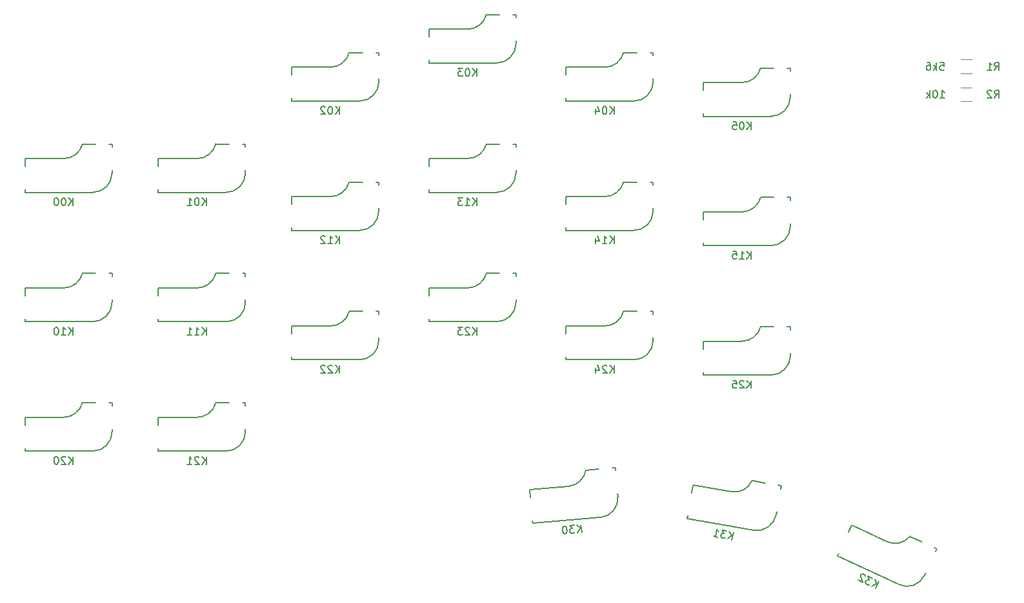
<source format=gbo>
%TF.GenerationSoftware,KiCad,Pcbnew,8.0.3*%
%TF.CreationDate,2024-06-11T01:45:41-03:00*%
%TF.ProjectId,keyboard_pcb,6b657962-6f61-4726-945f-7063622e6b69,rev1.0*%
%TF.SameCoordinates,Original*%
%TF.FileFunction,Legend,Bot*%
%TF.FilePolarity,Positive*%
%FSLAX46Y46*%
G04 Gerber Fmt 4.6, Leading zero omitted, Abs format (unit mm)*
G04 Created by KiCad (PCBNEW 8.0.3) date 2024-06-11 01:45:41*
%MOMM*%
%LPD*%
G01*
G04 APERTURE LIST*
%ADD10C,0.150000*%
%ADD11C,0.120000*%
G04 APERTURE END LIST*
D10*
X164214285Y-102709819D02*
X164214285Y-101709819D01*
X163642857Y-102709819D02*
X164071428Y-102138390D01*
X163642857Y-101709819D02*
X164214285Y-102281247D01*
X163261904Y-101805057D02*
X163214285Y-101757438D01*
X163214285Y-101757438D02*
X163119047Y-101709819D01*
X163119047Y-101709819D02*
X162880952Y-101709819D01*
X162880952Y-101709819D02*
X162785714Y-101757438D01*
X162785714Y-101757438D02*
X162738095Y-101805057D01*
X162738095Y-101805057D02*
X162690476Y-101900295D01*
X162690476Y-101900295D02*
X162690476Y-101995533D01*
X162690476Y-101995533D02*
X162738095Y-102138390D01*
X162738095Y-102138390D02*
X163309523Y-102709819D01*
X163309523Y-102709819D02*
X162690476Y-102709819D01*
X161785714Y-101709819D02*
X162261904Y-101709819D01*
X162261904Y-101709819D02*
X162309523Y-102186009D01*
X162309523Y-102186009D02*
X162261904Y-102138390D01*
X162261904Y-102138390D02*
X162166666Y-102090771D01*
X162166666Y-102090771D02*
X161928571Y-102090771D01*
X161928571Y-102090771D02*
X161833333Y-102138390D01*
X161833333Y-102138390D02*
X161785714Y-102186009D01*
X161785714Y-102186009D02*
X161738095Y-102281247D01*
X161738095Y-102281247D02*
X161738095Y-102519342D01*
X161738095Y-102519342D02*
X161785714Y-102614580D01*
X161785714Y-102614580D02*
X161833333Y-102662200D01*
X161833333Y-102662200D02*
X161928571Y-102709819D01*
X161928571Y-102709819D02*
X162166666Y-102709819D01*
X162166666Y-102709819D02*
X162261904Y-102662200D01*
X162261904Y-102662200D02*
X162309523Y-102614580D01*
X146214285Y-100709819D02*
X146214285Y-99709819D01*
X145642857Y-100709819D02*
X146071428Y-100138390D01*
X145642857Y-99709819D02*
X146214285Y-100281247D01*
X145261904Y-99805057D02*
X145214285Y-99757438D01*
X145214285Y-99757438D02*
X145119047Y-99709819D01*
X145119047Y-99709819D02*
X144880952Y-99709819D01*
X144880952Y-99709819D02*
X144785714Y-99757438D01*
X144785714Y-99757438D02*
X144738095Y-99805057D01*
X144738095Y-99805057D02*
X144690476Y-99900295D01*
X144690476Y-99900295D02*
X144690476Y-99995533D01*
X144690476Y-99995533D02*
X144738095Y-100138390D01*
X144738095Y-100138390D02*
X145309523Y-100709819D01*
X145309523Y-100709819D02*
X144690476Y-100709819D01*
X143833333Y-100043152D02*
X143833333Y-100709819D01*
X144071428Y-99662200D02*
X144309523Y-100376485D01*
X144309523Y-100376485D02*
X143690476Y-100376485D01*
X92714285Y-112709819D02*
X92714285Y-111709819D01*
X92142857Y-112709819D02*
X92571428Y-112138390D01*
X92142857Y-111709819D02*
X92714285Y-112281247D01*
X91761904Y-111805057D02*
X91714285Y-111757438D01*
X91714285Y-111757438D02*
X91619047Y-111709819D01*
X91619047Y-111709819D02*
X91380952Y-111709819D01*
X91380952Y-111709819D02*
X91285714Y-111757438D01*
X91285714Y-111757438D02*
X91238095Y-111805057D01*
X91238095Y-111805057D02*
X91190476Y-111900295D01*
X91190476Y-111900295D02*
X91190476Y-111995533D01*
X91190476Y-111995533D02*
X91238095Y-112138390D01*
X91238095Y-112138390D02*
X91809523Y-112709819D01*
X91809523Y-112709819D02*
X91190476Y-112709819D01*
X90238095Y-112709819D02*
X90809523Y-112709819D01*
X90523809Y-112709819D02*
X90523809Y-111709819D01*
X90523809Y-111709819D02*
X90619047Y-111852676D01*
X90619047Y-111852676D02*
X90714285Y-111947914D01*
X90714285Y-111947914D02*
X90809523Y-111995533D01*
X110214285Y-66709819D02*
X110214285Y-65709819D01*
X109642857Y-66709819D02*
X110071428Y-66138390D01*
X109642857Y-65709819D02*
X110214285Y-66281247D01*
X109023809Y-65709819D02*
X108928571Y-65709819D01*
X108928571Y-65709819D02*
X108833333Y-65757438D01*
X108833333Y-65757438D02*
X108785714Y-65805057D01*
X108785714Y-65805057D02*
X108738095Y-65900295D01*
X108738095Y-65900295D02*
X108690476Y-66090771D01*
X108690476Y-66090771D02*
X108690476Y-66328866D01*
X108690476Y-66328866D02*
X108738095Y-66519342D01*
X108738095Y-66519342D02*
X108785714Y-66614580D01*
X108785714Y-66614580D02*
X108833333Y-66662200D01*
X108833333Y-66662200D02*
X108928571Y-66709819D01*
X108928571Y-66709819D02*
X109023809Y-66709819D01*
X109023809Y-66709819D02*
X109119047Y-66662200D01*
X109119047Y-66662200D02*
X109166666Y-66614580D01*
X109166666Y-66614580D02*
X109214285Y-66519342D01*
X109214285Y-66519342D02*
X109261904Y-66328866D01*
X109261904Y-66328866D02*
X109261904Y-66090771D01*
X109261904Y-66090771D02*
X109214285Y-65900295D01*
X109214285Y-65900295D02*
X109166666Y-65805057D01*
X109166666Y-65805057D02*
X109119047Y-65757438D01*
X109119047Y-65757438D02*
X109023809Y-65709819D01*
X108309523Y-65805057D02*
X108261904Y-65757438D01*
X108261904Y-65757438D02*
X108166666Y-65709819D01*
X108166666Y-65709819D02*
X107928571Y-65709819D01*
X107928571Y-65709819D02*
X107833333Y-65757438D01*
X107833333Y-65757438D02*
X107785714Y-65805057D01*
X107785714Y-65805057D02*
X107738095Y-65900295D01*
X107738095Y-65900295D02*
X107738095Y-65995533D01*
X107738095Y-65995533D02*
X107785714Y-66138390D01*
X107785714Y-66138390D02*
X108357142Y-66709819D01*
X108357142Y-66709819D02*
X107738095Y-66709819D01*
X75214285Y-95709819D02*
X75214285Y-94709819D01*
X74642857Y-95709819D02*
X75071428Y-95138390D01*
X74642857Y-94709819D02*
X75214285Y-95281247D01*
X73690476Y-95709819D02*
X74261904Y-95709819D01*
X73976190Y-95709819D02*
X73976190Y-94709819D01*
X73976190Y-94709819D02*
X74071428Y-94852676D01*
X74071428Y-94852676D02*
X74166666Y-94947914D01*
X74166666Y-94947914D02*
X74261904Y-94995533D01*
X73071428Y-94709819D02*
X72976190Y-94709819D01*
X72976190Y-94709819D02*
X72880952Y-94757438D01*
X72880952Y-94757438D02*
X72833333Y-94805057D01*
X72833333Y-94805057D02*
X72785714Y-94900295D01*
X72785714Y-94900295D02*
X72738095Y-95090771D01*
X72738095Y-95090771D02*
X72738095Y-95328866D01*
X72738095Y-95328866D02*
X72785714Y-95519342D01*
X72785714Y-95519342D02*
X72833333Y-95614580D01*
X72833333Y-95614580D02*
X72880952Y-95662200D01*
X72880952Y-95662200D02*
X72976190Y-95709819D01*
X72976190Y-95709819D02*
X73071428Y-95709819D01*
X73071428Y-95709819D02*
X73166666Y-95662200D01*
X73166666Y-95662200D02*
X73214285Y-95614580D01*
X73214285Y-95614580D02*
X73261904Y-95519342D01*
X73261904Y-95519342D02*
X73309523Y-95328866D01*
X73309523Y-95328866D02*
X73309523Y-95090771D01*
X73309523Y-95090771D02*
X73261904Y-94900295D01*
X73261904Y-94900295D02*
X73214285Y-94805057D01*
X73214285Y-94805057D02*
X73166666Y-94757438D01*
X73166666Y-94757438D02*
X73071428Y-94709819D01*
X146214285Y-66709819D02*
X146214285Y-65709819D01*
X145642857Y-66709819D02*
X146071428Y-66138390D01*
X145642857Y-65709819D02*
X146214285Y-66281247D01*
X145023809Y-65709819D02*
X144928571Y-65709819D01*
X144928571Y-65709819D02*
X144833333Y-65757438D01*
X144833333Y-65757438D02*
X144785714Y-65805057D01*
X144785714Y-65805057D02*
X144738095Y-65900295D01*
X144738095Y-65900295D02*
X144690476Y-66090771D01*
X144690476Y-66090771D02*
X144690476Y-66328866D01*
X144690476Y-66328866D02*
X144738095Y-66519342D01*
X144738095Y-66519342D02*
X144785714Y-66614580D01*
X144785714Y-66614580D02*
X144833333Y-66662200D01*
X144833333Y-66662200D02*
X144928571Y-66709819D01*
X144928571Y-66709819D02*
X145023809Y-66709819D01*
X145023809Y-66709819D02*
X145119047Y-66662200D01*
X145119047Y-66662200D02*
X145166666Y-66614580D01*
X145166666Y-66614580D02*
X145214285Y-66519342D01*
X145214285Y-66519342D02*
X145261904Y-66328866D01*
X145261904Y-66328866D02*
X145261904Y-66090771D01*
X145261904Y-66090771D02*
X145214285Y-65900295D01*
X145214285Y-65900295D02*
X145166666Y-65805057D01*
X145166666Y-65805057D02*
X145119047Y-65757438D01*
X145119047Y-65757438D02*
X145023809Y-65709819D01*
X143833333Y-66043152D02*
X143833333Y-66709819D01*
X144071428Y-65662200D02*
X144309523Y-66376485D01*
X144309523Y-66376485D02*
X143690476Y-66376485D01*
X110214285Y-83709819D02*
X110214285Y-82709819D01*
X109642857Y-83709819D02*
X110071428Y-83138390D01*
X109642857Y-82709819D02*
X110214285Y-83281247D01*
X108690476Y-83709819D02*
X109261904Y-83709819D01*
X108976190Y-83709819D02*
X108976190Y-82709819D01*
X108976190Y-82709819D02*
X109071428Y-82852676D01*
X109071428Y-82852676D02*
X109166666Y-82947914D01*
X109166666Y-82947914D02*
X109261904Y-82995533D01*
X108309523Y-82805057D02*
X108261904Y-82757438D01*
X108261904Y-82757438D02*
X108166666Y-82709819D01*
X108166666Y-82709819D02*
X107928571Y-82709819D01*
X107928571Y-82709819D02*
X107833333Y-82757438D01*
X107833333Y-82757438D02*
X107785714Y-82805057D01*
X107785714Y-82805057D02*
X107738095Y-82900295D01*
X107738095Y-82900295D02*
X107738095Y-82995533D01*
X107738095Y-82995533D02*
X107785714Y-83138390D01*
X107785714Y-83138390D02*
X108357142Y-83709819D01*
X108357142Y-83709819D02*
X107738095Y-83709819D01*
X141972581Y-121657999D02*
X141885425Y-120661804D01*
X141403327Y-121707802D02*
X141780464Y-121101196D01*
X141316171Y-120711607D02*
X141935228Y-121231058D01*
X140984106Y-120740659D02*
X140367414Y-120794613D01*
X140367414Y-120794613D02*
X140732681Y-121145064D01*
X140732681Y-121145064D02*
X140590367Y-121157515D01*
X140590367Y-121157515D02*
X140499642Y-121213253D01*
X140499642Y-121213253D02*
X140456354Y-121264841D01*
X140456354Y-121264841D02*
X140417217Y-121363867D01*
X140417217Y-121363867D02*
X140437969Y-121601056D01*
X140437969Y-121601056D02*
X140493707Y-121691782D01*
X140493707Y-121691782D02*
X140545295Y-121735069D01*
X140545295Y-121735069D02*
X140644321Y-121774207D01*
X140644321Y-121774207D02*
X140928948Y-121749305D01*
X140928948Y-121749305D02*
X141019674Y-121693566D01*
X141019674Y-121693566D02*
X141062961Y-121641978D01*
X139750722Y-120848566D02*
X139655846Y-120856867D01*
X139655846Y-120856867D02*
X139565121Y-120912605D01*
X139565121Y-120912605D02*
X139521833Y-120964194D01*
X139521833Y-120964194D02*
X139482696Y-121063219D01*
X139482696Y-121063219D02*
X139451859Y-121257121D01*
X139451859Y-121257121D02*
X139472611Y-121494310D01*
X139472611Y-121494310D02*
X139536650Y-121679911D01*
X139536650Y-121679911D02*
X139592388Y-121770637D01*
X139592388Y-121770637D02*
X139643976Y-121813924D01*
X139643976Y-121813924D02*
X139743002Y-121853062D01*
X139743002Y-121853062D02*
X139837878Y-121844761D01*
X139837878Y-121844761D02*
X139928603Y-121789023D01*
X139928603Y-121789023D02*
X139971891Y-121737435D01*
X139971891Y-121737435D02*
X140011028Y-121638409D01*
X140011028Y-121638409D02*
X140041865Y-121444507D01*
X140041865Y-121444507D02*
X140021113Y-121207318D01*
X140021113Y-121207318D02*
X139957074Y-121021717D01*
X139957074Y-121021717D02*
X139901336Y-120930991D01*
X139901336Y-120930991D02*
X139849748Y-120887704D01*
X139849748Y-120887704D02*
X139750722Y-120848566D01*
X92714285Y-78709819D02*
X92714285Y-77709819D01*
X92142857Y-78709819D02*
X92571428Y-78138390D01*
X92142857Y-77709819D02*
X92714285Y-78281247D01*
X91523809Y-77709819D02*
X91428571Y-77709819D01*
X91428571Y-77709819D02*
X91333333Y-77757438D01*
X91333333Y-77757438D02*
X91285714Y-77805057D01*
X91285714Y-77805057D02*
X91238095Y-77900295D01*
X91238095Y-77900295D02*
X91190476Y-78090771D01*
X91190476Y-78090771D02*
X91190476Y-78328866D01*
X91190476Y-78328866D02*
X91238095Y-78519342D01*
X91238095Y-78519342D02*
X91285714Y-78614580D01*
X91285714Y-78614580D02*
X91333333Y-78662200D01*
X91333333Y-78662200D02*
X91428571Y-78709819D01*
X91428571Y-78709819D02*
X91523809Y-78709819D01*
X91523809Y-78709819D02*
X91619047Y-78662200D01*
X91619047Y-78662200D02*
X91666666Y-78614580D01*
X91666666Y-78614580D02*
X91714285Y-78519342D01*
X91714285Y-78519342D02*
X91761904Y-78328866D01*
X91761904Y-78328866D02*
X91761904Y-78090771D01*
X91761904Y-78090771D02*
X91714285Y-77900295D01*
X91714285Y-77900295D02*
X91666666Y-77805057D01*
X91666666Y-77805057D02*
X91619047Y-77757438D01*
X91619047Y-77757438D02*
X91523809Y-77709819D01*
X90238095Y-78709819D02*
X90809523Y-78709819D01*
X90523809Y-78709819D02*
X90523809Y-77709819D01*
X90523809Y-77709819D02*
X90619047Y-77852676D01*
X90619047Y-77852676D02*
X90714285Y-77947914D01*
X90714285Y-77947914D02*
X90809523Y-77995533D01*
X146214285Y-83709819D02*
X146214285Y-82709819D01*
X145642857Y-83709819D02*
X146071428Y-83138390D01*
X145642857Y-82709819D02*
X146214285Y-83281247D01*
X144690476Y-83709819D02*
X145261904Y-83709819D01*
X144976190Y-83709819D02*
X144976190Y-82709819D01*
X144976190Y-82709819D02*
X145071428Y-82852676D01*
X145071428Y-82852676D02*
X145166666Y-82947914D01*
X145166666Y-82947914D02*
X145261904Y-82995533D01*
X143833333Y-83043152D02*
X143833333Y-83709819D01*
X144071428Y-82662200D02*
X144309523Y-83376485D01*
X144309523Y-83376485D02*
X143690476Y-83376485D01*
X128214285Y-95709819D02*
X128214285Y-94709819D01*
X127642857Y-95709819D02*
X128071428Y-95138390D01*
X127642857Y-94709819D02*
X128214285Y-95281247D01*
X127261904Y-94805057D02*
X127214285Y-94757438D01*
X127214285Y-94757438D02*
X127119047Y-94709819D01*
X127119047Y-94709819D02*
X126880952Y-94709819D01*
X126880952Y-94709819D02*
X126785714Y-94757438D01*
X126785714Y-94757438D02*
X126738095Y-94805057D01*
X126738095Y-94805057D02*
X126690476Y-94900295D01*
X126690476Y-94900295D02*
X126690476Y-94995533D01*
X126690476Y-94995533D02*
X126738095Y-95138390D01*
X126738095Y-95138390D02*
X127309523Y-95709819D01*
X127309523Y-95709819D02*
X126690476Y-95709819D01*
X126357142Y-94709819D02*
X125738095Y-94709819D01*
X125738095Y-94709819D02*
X126071428Y-95090771D01*
X126071428Y-95090771D02*
X125928571Y-95090771D01*
X125928571Y-95090771D02*
X125833333Y-95138390D01*
X125833333Y-95138390D02*
X125785714Y-95186009D01*
X125785714Y-95186009D02*
X125738095Y-95281247D01*
X125738095Y-95281247D02*
X125738095Y-95519342D01*
X125738095Y-95519342D02*
X125785714Y-95614580D01*
X125785714Y-95614580D02*
X125833333Y-95662200D01*
X125833333Y-95662200D02*
X125928571Y-95709819D01*
X125928571Y-95709819D02*
X126214285Y-95709819D01*
X126214285Y-95709819D02*
X126309523Y-95662200D01*
X126309523Y-95662200D02*
X126357142Y-95614580D01*
X128214285Y-61709819D02*
X128214285Y-60709819D01*
X127642857Y-61709819D02*
X128071428Y-61138390D01*
X127642857Y-60709819D02*
X128214285Y-61281247D01*
X127023809Y-60709819D02*
X126928571Y-60709819D01*
X126928571Y-60709819D02*
X126833333Y-60757438D01*
X126833333Y-60757438D02*
X126785714Y-60805057D01*
X126785714Y-60805057D02*
X126738095Y-60900295D01*
X126738095Y-60900295D02*
X126690476Y-61090771D01*
X126690476Y-61090771D02*
X126690476Y-61328866D01*
X126690476Y-61328866D02*
X126738095Y-61519342D01*
X126738095Y-61519342D02*
X126785714Y-61614580D01*
X126785714Y-61614580D02*
X126833333Y-61662200D01*
X126833333Y-61662200D02*
X126928571Y-61709819D01*
X126928571Y-61709819D02*
X127023809Y-61709819D01*
X127023809Y-61709819D02*
X127119047Y-61662200D01*
X127119047Y-61662200D02*
X127166666Y-61614580D01*
X127166666Y-61614580D02*
X127214285Y-61519342D01*
X127214285Y-61519342D02*
X127261904Y-61328866D01*
X127261904Y-61328866D02*
X127261904Y-61090771D01*
X127261904Y-61090771D02*
X127214285Y-60900295D01*
X127214285Y-60900295D02*
X127166666Y-60805057D01*
X127166666Y-60805057D02*
X127119047Y-60757438D01*
X127119047Y-60757438D02*
X127023809Y-60709819D01*
X126357142Y-60709819D02*
X125738095Y-60709819D01*
X125738095Y-60709819D02*
X126071428Y-61090771D01*
X126071428Y-61090771D02*
X125928571Y-61090771D01*
X125928571Y-61090771D02*
X125833333Y-61138390D01*
X125833333Y-61138390D02*
X125785714Y-61186009D01*
X125785714Y-61186009D02*
X125738095Y-61281247D01*
X125738095Y-61281247D02*
X125738095Y-61519342D01*
X125738095Y-61519342D02*
X125785714Y-61614580D01*
X125785714Y-61614580D02*
X125833333Y-61662200D01*
X125833333Y-61662200D02*
X125928571Y-61709819D01*
X125928571Y-61709819D02*
X126214285Y-61709819D01*
X126214285Y-61709819D02*
X126309523Y-61662200D01*
X126309523Y-61662200D02*
X126357142Y-61614580D01*
X110214285Y-100709819D02*
X110214285Y-99709819D01*
X109642857Y-100709819D02*
X110071428Y-100138390D01*
X109642857Y-99709819D02*
X110214285Y-100281247D01*
X109261904Y-99805057D02*
X109214285Y-99757438D01*
X109214285Y-99757438D02*
X109119047Y-99709819D01*
X109119047Y-99709819D02*
X108880952Y-99709819D01*
X108880952Y-99709819D02*
X108785714Y-99757438D01*
X108785714Y-99757438D02*
X108738095Y-99805057D01*
X108738095Y-99805057D02*
X108690476Y-99900295D01*
X108690476Y-99900295D02*
X108690476Y-99995533D01*
X108690476Y-99995533D02*
X108738095Y-100138390D01*
X108738095Y-100138390D02*
X109309523Y-100709819D01*
X109309523Y-100709819D02*
X108690476Y-100709819D01*
X108309523Y-99805057D02*
X108261904Y-99757438D01*
X108261904Y-99757438D02*
X108166666Y-99709819D01*
X108166666Y-99709819D02*
X107928571Y-99709819D01*
X107928571Y-99709819D02*
X107833333Y-99757438D01*
X107833333Y-99757438D02*
X107785714Y-99805057D01*
X107785714Y-99805057D02*
X107738095Y-99900295D01*
X107738095Y-99900295D02*
X107738095Y-99995533D01*
X107738095Y-99995533D02*
X107785714Y-100138390D01*
X107785714Y-100138390D02*
X108357142Y-100709819D01*
X108357142Y-100709819D02*
X107738095Y-100709819D01*
X164214285Y-85709819D02*
X164214285Y-84709819D01*
X163642857Y-85709819D02*
X164071428Y-85138390D01*
X163642857Y-84709819D02*
X164214285Y-85281247D01*
X162690476Y-85709819D02*
X163261904Y-85709819D01*
X162976190Y-85709819D02*
X162976190Y-84709819D01*
X162976190Y-84709819D02*
X163071428Y-84852676D01*
X163071428Y-84852676D02*
X163166666Y-84947914D01*
X163166666Y-84947914D02*
X163261904Y-84995533D01*
X161785714Y-84709819D02*
X162261904Y-84709819D01*
X162261904Y-84709819D02*
X162309523Y-85186009D01*
X162309523Y-85186009D02*
X162261904Y-85138390D01*
X162261904Y-85138390D02*
X162166666Y-85090771D01*
X162166666Y-85090771D02*
X161928571Y-85090771D01*
X161928571Y-85090771D02*
X161833333Y-85138390D01*
X161833333Y-85138390D02*
X161785714Y-85186009D01*
X161785714Y-85186009D02*
X161738095Y-85281247D01*
X161738095Y-85281247D02*
X161738095Y-85519342D01*
X161738095Y-85519342D02*
X161785714Y-85614580D01*
X161785714Y-85614580D02*
X161833333Y-85662200D01*
X161833333Y-85662200D02*
X161928571Y-85709819D01*
X161928571Y-85709819D02*
X162166666Y-85709819D01*
X162166666Y-85709819D02*
X162261904Y-85662200D01*
X162261904Y-85662200D02*
X162309523Y-85614580D01*
X180513279Y-128984338D02*
X180935898Y-128078030D01*
X179995389Y-128742842D02*
X180625303Y-128406074D01*
X180418007Y-127836534D02*
X180694401Y-128595920D01*
X180115905Y-127695661D02*
X179554857Y-127434040D01*
X179554857Y-127434040D02*
X179695962Y-127920173D01*
X179695962Y-127920173D02*
X179566490Y-127859799D01*
X179566490Y-127859799D02*
X179460050Y-127862707D01*
X179460050Y-127862707D02*
X179396768Y-127885740D01*
X179396768Y-127885740D02*
X179313361Y-127951931D01*
X179313361Y-127951931D02*
X179212738Y-128167718D01*
X179212738Y-128167718D02*
X179215646Y-128274158D01*
X179215646Y-128274158D02*
X179238679Y-128337440D01*
X179238679Y-128337440D02*
X179304869Y-128420847D01*
X179304869Y-128420847D02*
X179563814Y-128541595D01*
X179563814Y-128541595D02*
X179670254Y-128538687D01*
X179670254Y-128538687D02*
X179733536Y-128515654D01*
X179169348Y-127359358D02*
X179146315Y-127296076D01*
X179146315Y-127296076D02*
X179080124Y-127212669D01*
X179080124Y-127212669D02*
X178864337Y-127112045D01*
X178864337Y-127112045D02*
X178757897Y-127114954D01*
X178757897Y-127114954D02*
X178694615Y-127137986D01*
X178694615Y-127137986D02*
X178611208Y-127204177D01*
X178611208Y-127204177D02*
X178570959Y-127290492D01*
X178570959Y-127290492D02*
X178553742Y-127440089D01*
X178553742Y-127440089D02*
X178830136Y-128199475D01*
X178830136Y-128199475D02*
X178269089Y-127937855D01*
X92714285Y-95709819D02*
X92714285Y-94709819D01*
X92142857Y-95709819D02*
X92571428Y-95138390D01*
X92142857Y-94709819D02*
X92714285Y-95281247D01*
X91190476Y-95709819D02*
X91761904Y-95709819D01*
X91476190Y-95709819D02*
X91476190Y-94709819D01*
X91476190Y-94709819D02*
X91571428Y-94852676D01*
X91571428Y-94852676D02*
X91666666Y-94947914D01*
X91666666Y-94947914D02*
X91761904Y-94995533D01*
X90238095Y-95709819D02*
X90809523Y-95709819D01*
X90523809Y-95709819D02*
X90523809Y-94709819D01*
X90523809Y-94709819D02*
X90619047Y-94852676D01*
X90619047Y-94852676D02*
X90714285Y-94947914D01*
X90714285Y-94947914D02*
X90809523Y-94995533D01*
X164214285Y-68709819D02*
X164214285Y-67709819D01*
X163642857Y-68709819D02*
X164071428Y-68138390D01*
X163642857Y-67709819D02*
X164214285Y-68281247D01*
X163023809Y-67709819D02*
X162928571Y-67709819D01*
X162928571Y-67709819D02*
X162833333Y-67757438D01*
X162833333Y-67757438D02*
X162785714Y-67805057D01*
X162785714Y-67805057D02*
X162738095Y-67900295D01*
X162738095Y-67900295D02*
X162690476Y-68090771D01*
X162690476Y-68090771D02*
X162690476Y-68328866D01*
X162690476Y-68328866D02*
X162738095Y-68519342D01*
X162738095Y-68519342D02*
X162785714Y-68614580D01*
X162785714Y-68614580D02*
X162833333Y-68662200D01*
X162833333Y-68662200D02*
X162928571Y-68709819D01*
X162928571Y-68709819D02*
X163023809Y-68709819D01*
X163023809Y-68709819D02*
X163119047Y-68662200D01*
X163119047Y-68662200D02*
X163166666Y-68614580D01*
X163166666Y-68614580D02*
X163214285Y-68519342D01*
X163214285Y-68519342D02*
X163261904Y-68328866D01*
X163261904Y-68328866D02*
X163261904Y-68090771D01*
X163261904Y-68090771D02*
X163214285Y-67900295D01*
X163214285Y-67900295D02*
X163166666Y-67805057D01*
X163166666Y-67805057D02*
X163119047Y-67757438D01*
X163119047Y-67757438D02*
X163023809Y-67709819D01*
X161785714Y-67709819D02*
X162261904Y-67709819D01*
X162261904Y-67709819D02*
X162309523Y-68186009D01*
X162309523Y-68186009D02*
X162261904Y-68138390D01*
X162261904Y-68138390D02*
X162166666Y-68090771D01*
X162166666Y-68090771D02*
X161928571Y-68090771D01*
X161928571Y-68090771D02*
X161833333Y-68138390D01*
X161833333Y-68138390D02*
X161785714Y-68186009D01*
X161785714Y-68186009D02*
X161738095Y-68281247D01*
X161738095Y-68281247D02*
X161738095Y-68519342D01*
X161738095Y-68519342D02*
X161785714Y-68614580D01*
X161785714Y-68614580D02*
X161833333Y-68662200D01*
X161833333Y-68662200D02*
X161928571Y-68709819D01*
X161928571Y-68709819D02*
X162166666Y-68709819D01*
X162166666Y-68709819D02*
X162261904Y-68662200D01*
X162261904Y-68662200D02*
X162309523Y-68614580D01*
X75214285Y-112709819D02*
X75214285Y-111709819D01*
X74642857Y-112709819D02*
X75071428Y-112138390D01*
X74642857Y-111709819D02*
X75214285Y-112281247D01*
X74261904Y-111805057D02*
X74214285Y-111757438D01*
X74214285Y-111757438D02*
X74119047Y-111709819D01*
X74119047Y-111709819D02*
X73880952Y-111709819D01*
X73880952Y-111709819D02*
X73785714Y-111757438D01*
X73785714Y-111757438D02*
X73738095Y-111805057D01*
X73738095Y-111805057D02*
X73690476Y-111900295D01*
X73690476Y-111900295D02*
X73690476Y-111995533D01*
X73690476Y-111995533D02*
X73738095Y-112138390D01*
X73738095Y-112138390D02*
X74309523Y-112709819D01*
X74309523Y-112709819D02*
X73690476Y-112709819D01*
X73071428Y-111709819D02*
X72976190Y-111709819D01*
X72976190Y-111709819D02*
X72880952Y-111757438D01*
X72880952Y-111757438D02*
X72833333Y-111805057D01*
X72833333Y-111805057D02*
X72785714Y-111900295D01*
X72785714Y-111900295D02*
X72738095Y-112090771D01*
X72738095Y-112090771D02*
X72738095Y-112328866D01*
X72738095Y-112328866D02*
X72785714Y-112519342D01*
X72785714Y-112519342D02*
X72833333Y-112614580D01*
X72833333Y-112614580D02*
X72880952Y-112662200D01*
X72880952Y-112662200D02*
X72976190Y-112709819D01*
X72976190Y-112709819D02*
X73071428Y-112709819D01*
X73071428Y-112709819D02*
X73166666Y-112662200D01*
X73166666Y-112662200D02*
X73214285Y-112614580D01*
X73214285Y-112614580D02*
X73261904Y-112519342D01*
X73261904Y-112519342D02*
X73309523Y-112328866D01*
X73309523Y-112328866D02*
X73309523Y-112090771D01*
X73309523Y-112090771D02*
X73261904Y-111900295D01*
X73261904Y-111900295D02*
X73214285Y-111805057D01*
X73214285Y-111805057D02*
X73166666Y-111757438D01*
X73166666Y-111757438D02*
X73071428Y-111709819D01*
X128214285Y-78709819D02*
X128214285Y-77709819D01*
X127642857Y-78709819D02*
X128071428Y-78138390D01*
X127642857Y-77709819D02*
X128214285Y-78281247D01*
X126690476Y-78709819D02*
X127261904Y-78709819D01*
X126976190Y-78709819D02*
X126976190Y-77709819D01*
X126976190Y-77709819D02*
X127071428Y-77852676D01*
X127071428Y-77852676D02*
X127166666Y-77947914D01*
X127166666Y-77947914D02*
X127261904Y-77995533D01*
X126357142Y-77709819D02*
X125738095Y-77709819D01*
X125738095Y-77709819D02*
X126071428Y-78090771D01*
X126071428Y-78090771D02*
X125928571Y-78090771D01*
X125928571Y-78090771D02*
X125833333Y-78138390D01*
X125833333Y-78138390D02*
X125785714Y-78186009D01*
X125785714Y-78186009D02*
X125738095Y-78281247D01*
X125738095Y-78281247D02*
X125738095Y-78519342D01*
X125738095Y-78519342D02*
X125785714Y-78614580D01*
X125785714Y-78614580D02*
X125833333Y-78662200D01*
X125833333Y-78662200D02*
X125928571Y-78709819D01*
X125928571Y-78709819D02*
X126214285Y-78709819D01*
X126214285Y-78709819D02*
X126309523Y-78662200D01*
X126309523Y-78662200D02*
X126357142Y-78614580D01*
X75214285Y-78709819D02*
X75214285Y-77709819D01*
X74642857Y-78709819D02*
X75071428Y-78138390D01*
X74642857Y-77709819D02*
X75214285Y-78281247D01*
X74023809Y-77709819D02*
X73928571Y-77709819D01*
X73928571Y-77709819D02*
X73833333Y-77757438D01*
X73833333Y-77757438D02*
X73785714Y-77805057D01*
X73785714Y-77805057D02*
X73738095Y-77900295D01*
X73738095Y-77900295D02*
X73690476Y-78090771D01*
X73690476Y-78090771D02*
X73690476Y-78328866D01*
X73690476Y-78328866D02*
X73738095Y-78519342D01*
X73738095Y-78519342D02*
X73785714Y-78614580D01*
X73785714Y-78614580D02*
X73833333Y-78662200D01*
X73833333Y-78662200D02*
X73928571Y-78709819D01*
X73928571Y-78709819D02*
X74023809Y-78709819D01*
X74023809Y-78709819D02*
X74119047Y-78662200D01*
X74119047Y-78662200D02*
X74166666Y-78614580D01*
X74166666Y-78614580D02*
X74214285Y-78519342D01*
X74214285Y-78519342D02*
X74261904Y-78328866D01*
X74261904Y-78328866D02*
X74261904Y-78090771D01*
X74261904Y-78090771D02*
X74214285Y-77900295D01*
X74214285Y-77900295D02*
X74166666Y-77805057D01*
X74166666Y-77805057D02*
X74119047Y-77757438D01*
X74119047Y-77757438D02*
X74023809Y-77709819D01*
X73071428Y-77709819D02*
X72976190Y-77709819D01*
X72976190Y-77709819D02*
X72880952Y-77757438D01*
X72880952Y-77757438D02*
X72833333Y-77805057D01*
X72833333Y-77805057D02*
X72785714Y-77900295D01*
X72785714Y-77900295D02*
X72738095Y-78090771D01*
X72738095Y-78090771D02*
X72738095Y-78328866D01*
X72738095Y-78328866D02*
X72785714Y-78519342D01*
X72785714Y-78519342D02*
X72833333Y-78614580D01*
X72833333Y-78614580D02*
X72880952Y-78662200D01*
X72880952Y-78662200D02*
X72976190Y-78709819D01*
X72976190Y-78709819D02*
X73071428Y-78709819D01*
X73071428Y-78709819D02*
X73166666Y-78662200D01*
X73166666Y-78662200D02*
X73214285Y-78614580D01*
X73214285Y-78614580D02*
X73261904Y-78519342D01*
X73261904Y-78519342D02*
X73309523Y-78328866D01*
X73309523Y-78328866D02*
X73309523Y-78090771D01*
X73309523Y-78090771D02*
X73261904Y-77900295D01*
X73261904Y-77900295D02*
X73214285Y-77805057D01*
X73214285Y-77805057D02*
X73166666Y-77757438D01*
X73166666Y-77757438D02*
X73071428Y-77709819D01*
X161698586Y-122614707D02*
X161872234Y-121629900D01*
X161135839Y-122515480D02*
X161657127Y-122027153D01*
X161309487Y-121530672D02*
X161773007Y-122192647D01*
X160981218Y-121472789D02*
X160371575Y-121365293D01*
X160371575Y-121365293D02*
X160633692Y-121798340D01*
X160633692Y-121798340D02*
X160493006Y-121773534D01*
X160493006Y-121773534D02*
X160390945Y-121803891D01*
X160390945Y-121803891D02*
X160335781Y-121842518D01*
X160335781Y-121842518D02*
X160272347Y-121928040D01*
X160272347Y-121928040D02*
X160231002Y-122162518D01*
X160231002Y-122162518D02*
X160261360Y-122264578D01*
X160261360Y-122264578D02*
X160299987Y-122319743D01*
X160299987Y-122319743D02*
X160385509Y-122383176D01*
X160385509Y-122383176D02*
X160666883Y-122432790D01*
X160666883Y-122432790D02*
X160768943Y-122402433D01*
X160768943Y-122402433D02*
X160824107Y-122363806D01*
X159260014Y-122184721D02*
X159822762Y-122283949D01*
X159541388Y-122234335D02*
X159715036Y-121249527D01*
X159715036Y-121249527D02*
X159784021Y-121406752D01*
X159784021Y-121406752D02*
X159861274Y-121517081D01*
X159861274Y-121517081D02*
X159946796Y-121580515D01*
X196153066Y-64564419D02*
X196486399Y-64088228D01*
X196724494Y-64564419D02*
X196724494Y-63564419D01*
X196724494Y-63564419D02*
X196343542Y-63564419D01*
X196343542Y-63564419D02*
X196248304Y-63612038D01*
X196248304Y-63612038D02*
X196200685Y-63659657D01*
X196200685Y-63659657D02*
X196153066Y-63754895D01*
X196153066Y-63754895D02*
X196153066Y-63897752D01*
X196153066Y-63897752D02*
X196200685Y-63992990D01*
X196200685Y-63992990D02*
X196248304Y-64040609D01*
X196248304Y-64040609D02*
X196343542Y-64088228D01*
X196343542Y-64088228D02*
X196724494Y-64088228D01*
X195772113Y-63659657D02*
X195724494Y-63612038D01*
X195724494Y-63612038D02*
X195629256Y-63564419D01*
X195629256Y-63564419D02*
X195391161Y-63564419D01*
X195391161Y-63564419D02*
X195295923Y-63612038D01*
X195295923Y-63612038D02*
X195248304Y-63659657D01*
X195248304Y-63659657D02*
X195200685Y-63754895D01*
X195200685Y-63754895D02*
X195200685Y-63850133D01*
X195200685Y-63850133D02*
X195248304Y-63992990D01*
X195248304Y-63992990D02*
X195819732Y-64564419D01*
X195819732Y-64564419D02*
X195200685Y-64564419D01*
X189012438Y-64564419D02*
X189583866Y-64564419D01*
X189298152Y-64564419D02*
X189298152Y-63564419D01*
X189298152Y-63564419D02*
X189393390Y-63707276D01*
X189393390Y-63707276D02*
X189488628Y-63802514D01*
X189488628Y-63802514D02*
X189583866Y-63850133D01*
X188393390Y-63564419D02*
X188298152Y-63564419D01*
X188298152Y-63564419D02*
X188202914Y-63612038D01*
X188202914Y-63612038D02*
X188155295Y-63659657D01*
X188155295Y-63659657D02*
X188107676Y-63754895D01*
X188107676Y-63754895D02*
X188060057Y-63945371D01*
X188060057Y-63945371D02*
X188060057Y-64183466D01*
X188060057Y-64183466D02*
X188107676Y-64373942D01*
X188107676Y-64373942D02*
X188155295Y-64469180D01*
X188155295Y-64469180D02*
X188202914Y-64516800D01*
X188202914Y-64516800D02*
X188298152Y-64564419D01*
X188298152Y-64564419D02*
X188393390Y-64564419D01*
X188393390Y-64564419D02*
X188488628Y-64516800D01*
X188488628Y-64516800D02*
X188536247Y-64469180D01*
X188536247Y-64469180D02*
X188583866Y-64373942D01*
X188583866Y-64373942D02*
X188631485Y-64183466D01*
X188631485Y-64183466D02*
X188631485Y-63945371D01*
X188631485Y-63945371D02*
X188583866Y-63754895D01*
X188583866Y-63754895D02*
X188536247Y-63659657D01*
X188536247Y-63659657D02*
X188488628Y-63612038D01*
X188488628Y-63612038D02*
X188393390Y-63564419D01*
X187631485Y-64564419D02*
X187631485Y-63564419D01*
X187536247Y-64183466D02*
X187250533Y-64564419D01*
X187250533Y-63897752D02*
X187631485Y-64278704D01*
X196153066Y-60906819D02*
X196486399Y-60430628D01*
X196724494Y-60906819D02*
X196724494Y-59906819D01*
X196724494Y-59906819D02*
X196343542Y-59906819D01*
X196343542Y-59906819D02*
X196248304Y-59954438D01*
X196248304Y-59954438D02*
X196200685Y-60002057D01*
X196200685Y-60002057D02*
X196153066Y-60097295D01*
X196153066Y-60097295D02*
X196153066Y-60240152D01*
X196153066Y-60240152D02*
X196200685Y-60335390D01*
X196200685Y-60335390D02*
X196248304Y-60383009D01*
X196248304Y-60383009D02*
X196343542Y-60430628D01*
X196343542Y-60430628D02*
X196724494Y-60430628D01*
X195200685Y-60906819D02*
X195772113Y-60906819D01*
X195486399Y-60906819D02*
X195486399Y-59906819D01*
X195486399Y-59906819D02*
X195581637Y-60049676D01*
X195581637Y-60049676D02*
X195676875Y-60144914D01*
X195676875Y-60144914D02*
X195772113Y-60192533D01*
X189009257Y-59906819D02*
X189485447Y-59906819D01*
X189485447Y-59906819D02*
X189533066Y-60383009D01*
X189533066Y-60383009D02*
X189485447Y-60335390D01*
X189485447Y-60335390D02*
X189390209Y-60287771D01*
X189390209Y-60287771D02*
X189152114Y-60287771D01*
X189152114Y-60287771D02*
X189056876Y-60335390D01*
X189056876Y-60335390D02*
X189009257Y-60383009D01*
X189009257Y-60383009D02*
X188961638Y-60478247D01*
X188961638Y-60478247D02*
X188961638Y-60716342D01*
X188961638Y-60716342D02*
X189009257Y-60811580D01*
X189009257Y-60811580D02*
X189056876Y-60859200D01*
X189056876Y-60859200D02*
X189152114Y-60906819D01*
X189152114Y-60906819D02*
X189390209Y-60906819D01*
X189390209Y-60906819D02*
X189485447Y-60859200D01*
X189485447Y-60859200D02*
X189533066Y-60811580D01*
X188533066Y-60906819D02*
X188533066Y-59906819D01*
X188437828Y-60525866D02*
X188152114Y-60906819D01*
X188152114Y-60240152D02*
X188533066Y-60621104D01*
X187294971Y-59906819D02*
X187485447Y-59906819D01*
X187485447Y-59906819D02*
X187580685Y-59954438D01*
X187580685Y-59954438D02*
X187628304Y-60002057D01*
X187628304Y-60002057D02*
X187723542Y-60144914D01*
X187723542Y-60144914D02*
X187771161Y-60335390D01*
X187771161Y-60335390D02*
X187771161Y-60716342D01*
X187771161Y-60716342D02*
X187723542Y-60811580D01*
X187723542Y-60811580D02*
X187675923Y-60859200D01*
X187675923Y-60859200D02*
X187580685Y-60906819D01*
X187580685Y-60906819D02*
X187390209Y-60906819D01*
X187390209Y-60906819D02*
X187294971Y-60859200D01*
X187294971Y-60859200D02*
X187247352Y-60811580D01*
X187247352Y-60811580D02*
X187199733Y-60716342D01*
X187199733Y-60716342D02*
X187199733Y-60478247D01*
X187199733Y-60478247D02*
X187247352Y-60383009D01*
X187247352Y-60383009D02*
X187294971Y-60335390D01*
X187294971Y-60335390D02*
X187390209Y-60287771D01*
X187390209Y-60287771D02*
X187580685Y-60287771D01*
X187580685Y-60287771D02*
X187675923Y-60335390D01*
X187675923Y-60335390D02*
X187723542Y-60383009D01*
X187723542Y-60383009D02*
X187771161Y-60478247D01*
%TO.C,K25*%
X157920000Y-96540000D02*
X163000000Y-96540000D01*
X157920000Y-97556000D02*
X157920000Y-96540000D01*
X157920000Y-100985000D02*
X157920000Y-100604000D01*
X165464162Y-94635000D02*
X167191000Y-94635000D01*
X166810000Y-100985000D02*
X157920000Y-100985000D01*
X168969000Y-94635000D02*
X169350000Y-94635000D01*
X169350000Y-95016000D02*
X169350000Y-94635000D01*
X169350000Y-98445000D02*
X169350000Y-98064000D01*
X165464162Y-94616040D02*
G75*
G02*
X163000000Y-96540001I-2464162J616039D01*
G01*
X169350000Y-98445000D02*
G75*
G02*
X166810000Y-100985000I-2540000J0D01*
G01*
%TO.C,K24*%
X139920000Y-94540000D02*
X145000000Y-94540000D01*
X139920000Y-95556000D02*
X139920000Y-94540000D01*
X139920000Y-98985000D02*
X139920000Y-98604000D01*
X147464162Y-92635000D02*
X149191000Y-92635000D01*
X148810000Y-98985000D02*
X139920000Y-98985000D01*
X150969000Y-92635000D02*
X151350000Y-92635000D01*
X151350000Y-93016000D02*
X151350000Y-92635000D01*
X151350000Y-96445000D02*
X151350000Y-96064000D01*
X147464162Y-92616040D02*
G75*
G02*
X145000000Y-94540001I-2464162J616039D01*
G01*
X151350000Y-96445000D02*
G75*
G02*
X148810000Y-98985000I-2540000J0D01*
G01*
%TO.C,K21*%
X97850000Y-108445000D02*
G75*
G02*
X95310000Y-110985000I-2540000J0D01*
G01*
X93964162Y-104616040D02*
G75*
G02*
X91500000Y-106540001I-2464162J616039D01*
G01*
X97850000Y-108445000D02*
X97850000Y-108064000D01*
X97850000Y-105016000D02*
X97850000Y-104635000D01*
X97469000Y-104635000D02*
X97850000Y-104635000D01*
X95310000Y-110985000D02*
X86420000Y-110985000D01*
X93964162Y-104635000D02*
X95691000Y-104635000D01*
X86420000Y-110985000D02*
X86420000Y-110604000D01*
X86420000Y-107556000D02*
X86420000Y-106540000D01*
X86420000Y-106540000D02*
X91500000Y-106540000D01*
%TO.C,K02*%
X103920000Y-60540000D02*
X109000000Y-60540000D01*
X103920000Y-61556000D02*
X103920000Y-60540000D01*
X103920000Y-64985000D02*
X103920000Y-64604000D01*
X111464162Y-58635000D02*
X113191000Y-58635000D01*
X112810000Y-64985000D02*
X103920000Y-64985000D01*
X114969000Y-58635000D02*
X115350000Y-58635000D01*
X115350000Y-59016000D02*
X115350000Y-58635000D01*
X115350000Y-62445000D02*
X115350000Y-62064000D01*
X111464162Y-58616040D02*
G75*
G02*
X109000000Y-60540001I-2464162J616039D01*
G01*
X115350000Y-62445000D02*
G75*
G02*
X112810000Y-64985000I-2540000J0D01*
G01*
%TO.C,K10*%
X68920000Y-89540000D02*
X74000000Y-89540000D01*
X68920000Y-90556000D02*
X68920000Y-89540000D01*
X68920000Y-93985000D02*
X68920000Y-93604000D01*
X76464162Y-87635000D02*
X78191000Y-87635000D01*
X77810000Y-93985000D02*
X68920000Y-93985000D01*
X79969000Y-87635000D02*
X80350000Y-87635000D01*
X80350000Y-88016000D02*
X80350000Y-87635000D01*
X80350000Y-91445000D02*
X80350000Y-91064000D01*
X76464162Y-87616040D02*
G75*
G02*
X74000000Y-89540001I-2464162J616039D01*
G01*
X80350000Y-91445000D02*
G75*
G02*
X77810000Y-93985000I-2540000J0D01*
G01*
%TO.C,K04*%
X139920000Y-60540000D02*
X145000000Y-60540000D01*
X139920000Y-61556000D02*
X139920000Y-60540000D01*
X139920000Y-64985000D02*
X139920000Y-64604000D01*
X147464162Y-58635000D02*
X149191000Y-58635000D01*
X148810000Y-64985000D02*
X139920000Y-64985000D01*
X150969000Y-58635000D02*
X151350000Y-58635000D01*
X151350000Y-59016000D02*
X151350000Y-58635000D01*
X151350000Y-62445000D02*
X151350000Y-62064000D01*
X147464162Y-58616040D02*
G75*
G02*
X145000000Y-60540001I-2464162J616039D01*
G01*
X151350000Y-62445000D02*
G75*
G02*
X148810000Y-64985000I-2540000J0D01*
G01*
%TO.C,K12*%
X103920000Y-77540000D02*
X109000000Y-77540000D01*
X103920000Y-78556000D02*
X103920000Y-77540000D01*
X103920000Y-81985000D02*
X103920000Y-81604000D01*
X111464162Y-75635000D02*
X113191000Y-75635000D01*
X112810000Y-81985000D02*
X103920000Y-81985000D01*
X114969000Y-75635000D02*
X115350000Y-75635000D01*
X115350000Y-76016000D02*
X115350000Y-75635000D01*
X115350000Y-79445000D02*
X115350000Y-79064000D01*
X111464162Y-75616040D02*
G75*
G02*
X109000000Y-77540001I-2464162J616039D01*
G01*
X115350000Y-79445000D02*
G75*
G02*
X112810000Y-81985000I-2540000J0D01*
G01*
%TO.C,K30*%
X135164512Y-116060241D02*
X140225181Y-115617490D01*
X135253062Y-117072375D02*
X135164512Y-116060241D01*
X135551919Y-120488327D02*
X135518713Y-120108777D01*
X142513934Y-113504974D02*
X144234201Y-113354470D01*
X144408090Y-119713512D02*
X135551919Y-120488327D01*
X146005435Y-113199507D02*
X146384987Y-113166300D01*
X146418192Y-113545851D02*
X146384987Y-113166300D01*
X146717049Y-116961802D02*
X146683843Y-116582252D01*
X142512282Y-113486086D02*
G75*
G02*
X140225181Y-115617492I-2508477J398929D01*
G01*
X146717049Y-116961802D02*
G75*
G02*
X144408090Y-119713512I-2530330J-221379D01*
G01*
%TO.C,K01*%
X97850000Y-74445000D02*
G75*
G02*
X95310000Y-76985000I-2540000J0D01*
G01*
X93964162Y-70616040D02*
G75*
G02*
X91500000Y-72540001I-2464162J616039D01*
G01*
X97850000Y-74445000D02*
X97850000Y-74064000D01*
X97850000Y-71016000D02*
X97850000Y-70635000D01*
X97469000Y-70635000D02*
X97850000Y-70635000D01*
X95310000Y-76985000D02*
X86420000Y-76985000D01*
X93964162Y-70635000D02*
X95691000Y-70635000D01*
X86420000Y-76985000D02*
X86420000Y-76604000D01*
X86420000Y-73556000D02*
X86420000Y-72540000D01*
X86420000Y-72540000D02*
X91500000Y-72540000D01*
%TO.C,K14*%
X139920000Y-77540000D02*
X145000000Y-77540000D01*
X139920000Y-78556000D02*
X139920000Y-77540000D01*
X139920000Y-81985000D02*
X139920000Y-81604000D01*
X147464162Y-75635000D02*
X149191000Y-75635000D01*
X148810000Y-81985000D02*
X139920000Y-81985000D01*
X150969000Y-75635000D02*
X151350000Y-75635000D01*
X151350000Y-76016000D02*
X151350000Y-75635000D01*
X151350000Y-79445000D02*
X151350000Y-79064000D01*
X147464162Y-75616040D02*
G75*
G02*
X145000000Y-77540001I-2464162J616039D01*
G01*
X151350000Y-79445000D02*
G75*
G02*
X148810000Y-81985000I-2540000J0D01*
G01*
%TO.C,K23*%
X121920000Y-89540000D02*
X127000000Y-89540000D01*
X121920000Y-90556000D02*
X121920000Y-89540000D01*
X121920000Y-93985000D02*
X121920000Y-93604000D01*
X129464162Y-87635000D02*
X131191000Y-87635000D01*
X130810000Y-93985000D02*
X121920000Y-93985000D01*
X132969000Y-87635000D02*
X133350000Y-87635000D01*
X133350000Y-88016000D02*
X133350000Y-87635000D01*
X133350000Y-91445000D02*
X133350000Y-91064000D01*
X129464162Y-87616040D02*
G75*
G02*
X127000000Y-89540001I-2464162J616039D01*
G01*
X133350000Y-91445000D02*
G75*
G02*
X130810000Y-93985000I-2540000J0D01*
G01*
%TO.C,K03*%
X121920000Y-55540000D02*
X127000000Y-55540000D01*
X121920000Y-56556000D02*
X121920000Y-55540000D01*
X121920000Y-59985000D02*
X121920000Y-59604000D01*
X129464162Y-53635000D02*
X131191000Y-53635000D01*
X130810000Y-59985000D02*
X121920000Y-59985000D01*
X132969000Y-53635000D02*
X133350000Y-53635000D01*
X133350000Y-54016000D02*
X133350000Y-53635000D01*
X133350000Y-57445000D02*
X133350000Y-57064000D01*
X129464162Y-53616040D02*
G75*
G02*
X127000000Y-55540001I-2464162J616039D01*
G01*
X133350000Y-57445000D02*
G75*
G02*
X130810000Y-59985000I-2540000J0D01*
G01*
%TO.C,K22*%
X103920000Y-94540000D02*
X109000000Y-94540000D01*
X103920000Y-95556000D02*
X103920000Y-94540000D01*
X103920000Y-98985000D02*
X103920000Y-98604000D01*
X111464162Y-92635000D02*
X113191000Y-92635000D01*
X112810000Y-98985000D02*
X103920000Y-98985000D01*
X114969000Y-92635000D02*
X115350000Y-92635000D01*
X115350000Y-93016000D02*
X115350000Y-92635000D01*
X115350000Y-96445000D02*
X115350000Y-96064000D01*
X111464162Y-92616040D02*
G75*
G02*
X109000000Y-94540001I-2464162J616039D01*
G01*
X115350000Y-96445000D02*
G75*
G02*
X112810000Y-98985000I-2540000J0D01*
G01*
%TO.C,K15*%
X157920000Y-79540000D02*
X163000000Y-79540000D01*
X157920000Y-80556000D02*
X157920000Y-79540000D01*
X157920000Y-83985000D02*
X157920000Y-83604000D01*
X165464162Y-77635000D02*
X167191000Y-77635000D01*
X166810000Y-83985000D02*
X157920000Y-83985000D01*
X168969000Y-77635000D02*
X169350000Y-77635000D01*
X169350000Y-78016000D02*
X169350000Y-77635000D01*
X169350000Y-81445000D02*
X169350000Y-81064000D01*
X165464162Y-77616040D02*
G75*
G02*
X163000000Y-79540001I-2464162J616039D01*
G01*
X169350000Y-81445000D02*
G75*
G02*
X166810000Y-83985000I-2540000J0D01*
G01*
%TO.C,K32*%
X175537660Y-124761041D02*
X175698678Y-124415738D01*
X176986818Y-121653311D02*
X177416198Y-120732503D01*
X177416198Y-120732503D02*
X182020242Y-122879404D01*
X183594736Y-128518117D02*
X175537660Y-124761041D01*
X185058619Y-122194287D02*
X186623666Y-122924080D01*
X186970208Y-127289546D02*
X187131226Y-126944243D01*
X188235081Y-123675496D02*
X188580384Y-123836513D01*
X188419367Y-124181816D02*
X188580384Y-123836513D01*
X185066632Y-122177103D02*
G75*
G02*
X182020242Y-122879403I-1972937J1599710D01*
G01*
X186970208Y-127289546D02*
G75*
G02*
X183594736Y-128518117I-2302022J1073453D01*
G01*
%TO.C,K11*%
X97850000Y-91445000D02*
G75*
G02*
X95310000Y-93985000I-2540000J0D01*
G01*
X93964162Y-87616040D02*
G75*
G02*
X91500000Y-89540001I-2464162J616039D01*
G01*
X97850000Y-91445000D02*
X97850000Y-91064000D01*
X97850000Y-88016000D02*
X97850000Y-87635000D01*
X97469000Y-87635000D02*
X97850000Y-87635000D01*
X95310000Y-93985000D02*
X86420000Y-93985000D01*
X93964162Y-87635000D02*
X95691000Y-87635000D01*
X86420000Y-93985000D02*
X86420000Y-93604000D01*
X86420000Y-90556000D02*
X86420000Y-89540000D01*
X86420000Y-89540000D02*
X91500000Y-89540000D01*
%TO.C,K05*%
X157920000Y-62540000D02*
X163000000Y-62540000D01*
X157920000Y-63556000D02*
X157920000Y-62540000D01*
X157920000Y-66985000D02*
X157920000Y-66604000D01*
X165464162Y-60635000D02*
X167191000Y-60635000D01*
X166810000Y-66985000D02*
X157920000Y-66985000D01*
X168969000Y-60635000D02*
X169350000Y-60635000D01*
X169350000Y-61016000D02*
X169350000Y-60635000D01*
X169350000Y-64445000D02*
X169350000Y-64064000D01*
X165464162Y-60616040D02*
G75*
G02*
X163000000Y-62540001I-2464162J616039D01*
G01*
X169350000Y-64445000D02*
G75*
G02*
X166810000Y-66985000I-2540000J0D01*
G01*
%TO.C,K20*%
X68920000Y-106540000D02*
X74000000Y-106540000D01*
X68920000Y-107556000D02*
X68920000Y-106540000D01*
X68920000Y-110985000D02*
X68920000Y-110604000D01*
X76464162Y-104635000D02*
X78191000Y-104635000D01*
X77810000Y-110985000D02*
X68920000Y-110985000D01*
X79969000Y-104635000D02*
X80350000Y-104635000D01*
X80350000Y-105016000D02*
X80350000Y-104635000D01*
X80350000Y-108445000D02*
X80350000Y-108064000D01*
X76464162Y-104616040D02*
G75*
G02*
X74000000Y-106540001I-2464162J616039D01*
G01*
X80350000Y-108445000D02*
G75*
G02*
X77810000Y-110985000I-2540000J0D01*
G01*
%TO.C,K13*%
X121920000Y-72540000D02*
X127000000Y-72540000D01*
X121920000Y-73556000D02*
X121920000Y-72540000D01*
X121920000Y-76985000D02*
X121920000Y-76604000D01*
X129464162Y-70635000D02*
X131191000Y-70635000D01*
X130810000Y-76985000D02*
X121920000Y-76985000D01*
X132969000Y-70635000D02*
X133350000Y-70635000D01*
X133350000Y-71016000D02*
X133350000Y-70635000D01*
X133350000Y-74445000D02*
X133350000Y-74064000D01*
X129464162Y-70616040D02*
G75*
G02*
X127000000Y-72540001I-2464162J616039D01*
G01*
X133350000Y-74445000D02*
G75*
G02*
X130810000Y-76985000I-2540000J0D01*
G01*
%TO.C,K00*%
X68920000Y-72540000D02*
X74000000Y-72540000D01*
X68920000Y-73556000D02*
X68920000Y-72540000D01*
X68920000Y-76985000D02*
X68920000Y-76604000D01*
X76464162Y-70635000D02*
X78191000Y-70635000D01*
X77810000Y-76985000D02*
X68920000Y-76985000D01*
X79969000Y-70635000D02*
X80350000Y-70635000D01*
X80350000Y-71016000D02*
X80350000Y-70635000D01*
X80350000Y-74445000D02*
X80350000Y-74064000D01*
X76464162Y-70616040D02*
G75*
G02*
X74000000Y-72540001I-2464162J616039D01*
G01*
X80350000Y-74445000D02*
G75*
G02*
X77810000Y-76985000I-2540000J0D01*
G01*
%TO.C,K31*%
X155799436Y-119823101D02*
X155865596Y-119447889D01*
X156394876Y-116446195D02*
X156571302Y-115445631D01*
X156571302Y-115445631D02*
X161574126Y-116327764D01*
X164331651Y-114879602D02*
X166032255Y-115179464D01*
X164554377Y-121366835D02*
X155799436Y-119823101D01*
X167496855Y-119306488D02*
X167563015Y-118931276D01*
X167783243Y-115488211D02*
X168158455Y-115554371D01*
X168092295Y-115929582D02*
X168158455Y-115554371D01*
X164334944Y-114860930D02*
G75*
G02*
X161574126Y-116327765I-2319752J1034577D01*
G01*
X167496855Y-119306488D02*
G75*
G02*
X164554377Y-121366833I-2501411J441066D01*
G01*
D11*
%TO.C,R2*%
X193157464Y-63199600D02*
X191703336Y-63199600D01*
X193157464Y-65019600D02*
X191703336Y-65019600D01*
%TO.C,R1*%
X191703336Y-59491200D02*
X193157464Y-59491200D01*
X191703336Y-61311200D02*
X193157464Y-61311200D01*
%TD*%
M02*

</source>
